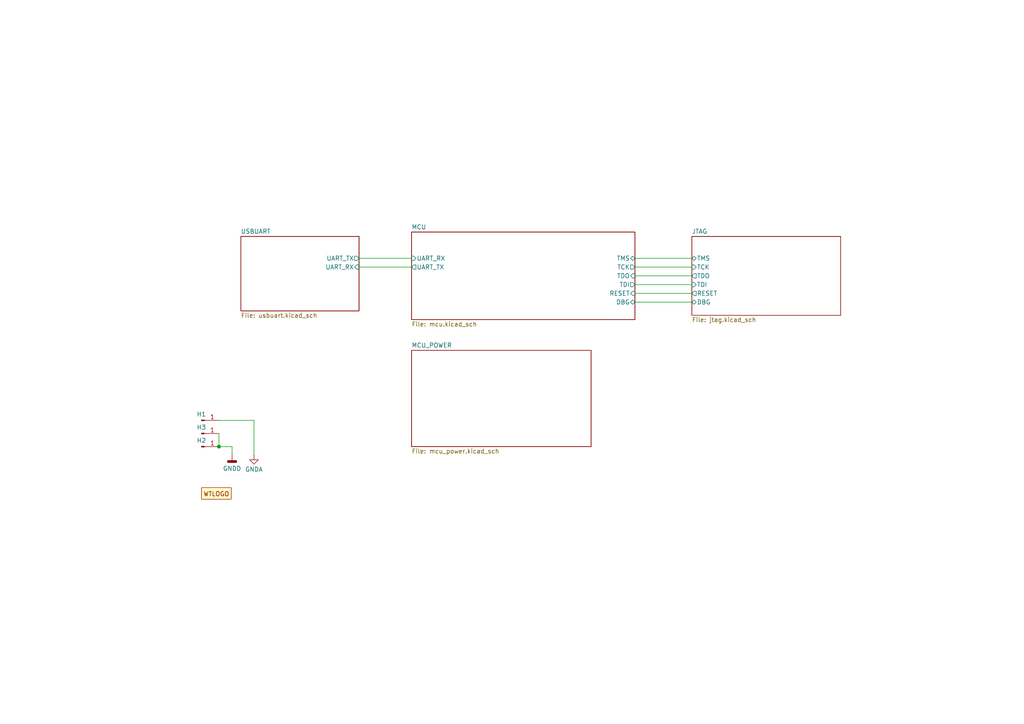
<source format=kicad_sch>
(kicad_sch (version 20231120) (generator "eeschema") (generator_version "8.0")
  (paper "A4")
  (title_block (company "WTMEC"))
  (lib_symbols
    (symbol "Connector:Conn_01x01_Pin" (pin_names (offset 1.016) hide)
      (property "Reference" "J" (at 0 2.54 0))
      (property "Value" "Conn_01x01_Pin" (at 0 -2.54 0))
      (symbol "Conn_01x01_Pin_1_1"
        (polyline (pts (xy 1.27 0) (xy 0.8636 0)) (stroke (width 0.1524)))
        (rectangle (start 0.8636 0.127) (end 0 -0.127) (stroke (width 0.1524)) (fill (type outline)))
        (pin passive line (at 5.08 0 180) (length 3.81) (name "Pin_1") (number "1"))
      )
    )
    (symbol "MCU_NXP_S32K1:WTLogo"
      (symbol "WTLogo_0_1"
        (rectangle (start 0 3.302) (end 8.636 0) (fill (type background)))
      )
      (symbol "WTLogo_1_1"
        (text "WTLOGO" (at 4.318 1.524 0) (effects (font (size 1.27 1.27))))
      )
    )
    (symbol "power:GNDA" (power) (pin_numbers hide) (pin_names (offset 0) hide)
      (property "Value" "GNDA" (at 0 -3.81 0))
      (symbol "GNDA_0_1"
        (polyline (pts (xy 0 0) (xy 0 -1.27) (xy 1.27 -1.27) (xy 0 -2.54) (xy -1.27 -1.27) (xy 0 -1.27)))
      )
      (symbol "GNDA_1_1"
        (pin power_in line (at 0 0 270) (length 0) (name "~") (number "1"))
      )
    )
    (symbol "power:GNDD" (power) (pin_numbers hide) (pin_names (offset 0) hide)
      (property "Value" "GNDD" (at 0 -3.175 0))
      (symbol "GNDD_0_1"
        (rectangle (start -1.27 -1.524) (end 1.27 -2.032) (stroke (width 0.254)) (fill (type outline)))
        (polyline (pts (xy 0 0) (xy 0 -1.524)))
      )
      (symbol "GNDD_1_1"
        (pin power_in line (at 0 0 270) (length 0) (name "~") (number "1"))
      )
    )
  )
  (junction (at 63.5 129.54))
  (wire (pts (xy 104.14 77.47) (xy 119.38 77.47)))
  (wire (pts (xy 184.15 80.01) (xy 200.66 80.01)))
  (wire (pts (xy 67.31 132.08) (xy 67.31 129.54)))
  (wire (pts (xy 184.15 74.93) (xy 200.66 74.93)))
  (wire (pts (xy 184.15 82.55) (xy 200.66 82.55)))
  (wire (pts (xy 184.15 85.09) (xy 200.66 85.09)))
  (wire (pts (xy 184.15 77.47) (xy 200.66 77.47)))
  (wire (pts (xy 73.66 121.92) (xy 73.66 132.08)))
  (wire (pts (xy 67.31 129.54) (xy 63.5 129.54)))
  (wire (pts (xy 104.14 74.93) (xy 119.38 74.93)))
  (wire (pts (xy 63.5 125.73) (xy 63.5 129.54)))
  (wire (pts (xy 184.15 87.63) (xy 200.66 87.63)))
  (wire (pts (xy 63.5 121.92) (xy 73.66 121.92)))
  (symbol (lib_id "MCU_NXP_S32K1:WTLogo") (at 58.42 144.78 0) (unit 1)
    (property "Reference" "LOGO1" (effects (hide yes)))
    (property "Footprint" "WTMEC:WTLogo" (effects (hide yes)))
  )
  (symbol (lib_id "Connector:Conn_01x01_Pin") (at 58.42 125.73 0) (unit 1)
    (property "Reference" "H3" (at 58.42 123.952 0))
    (property "Value" "Conn_01x01_Pin" (effects (hide yes)))
    (property "Footprint" "MountingHole:MountingHole_2.2mm_M2_ISO7380_Pad" (effects (hide yes)))
    (property "Description" "Generic connector, single row, 01x01, script generated" (effects (hide yes)))
  )
  (symbol (lib_id "Connector:Conn_01x01_Pin") (at 58.42 121.92 0) (unit 1)
    (property "Reference" "H1" (at 58.42 120.142 0))
    (property "Value" "Conn_01x01_Pin" (effects (hide yes)))
    (property "Footprint" "MountingHole:MountingHole_2.2mm_M2_ISO7380_Pad" (effects (hide yes)))
    (property "Description" "Generic connector, single row, 01x01, script generated" (effects (hide yes)))
  )
  (symbol (lib_id "power:GNDD") (at 67.31 132.08 0) (unit 1)
    (property "Reference" "#PWR024" (effects (hide yes)))
    (property "Value" "GNDD" (at 67.31 135.89 0))
    (property "Description" "Power symbol creates a global label with name \"GNDD\" , digital ground" (effects (hide yes)))
  )
  (symbol (lib_id "power:GNDA") (at 73.66 132.08 0) (unit 1)
    (property "Reference" "#PWR023" (effects (hide yes)))
    (property "Value" "GNDA" (at 73.66 136.144 0))
    (property "Description" "Power symbol creates a global label with name \"GNDA\" , analog ground" (effects (hide yes)))
  )
  (symbol (lib_id "Connector:Conn_01x01_Pin") (at 58.42 129.54 0) (unit 1)
    (property "Reference" "H2" (at 58.42 127.762 0))
    (property "Value" "Conn_01x01_Pin" (effects (hide yes)))
    (property "Footprint" "MountingHole:MountingHole_2.2mm_M2_ISO7380_Pad" (effects (hide yes)))
    (property "Description" "Generic connector, single row, 01x01, script generated" (effects (hide yes)))
  )
  (sheet (at 69.85 68.58) (size 34.29 21.59) (stroke (width 0.1524))
    (property "Sheetname" "USBUART" (at 69.85 67.8684 0) (effects (justify left bottom)))
    (property "Sheetfile" "usbuart.kicad_sch" (at 69.85 90.7546 0) (effects (justify left top)))
    (pin "UART_RX" input (at 104.14 77.47 0))
    (pin "UART_TX" output (at 104.14 74.93 0))
  )
  (sheet (at 119.38 101.6) (size 52.07 27.94) (stroke (width 0.1524))
    (property "Sheetname" "MCU_POWER" (at 119.38 100.8884 0) (effects (justify left bottom)))
    (property "Sheetfile" "mcu_power.kicad_sch" (at 119.38 130.1246 0) (effects (justify left top)))
  )
  (sheet (at 119.38 67.31) (size 64.77 25.4) (stroke (width 0.1524))
    (property "Sheetname" "MCU" (at 119.38 66.5984 0) (effects (justify left bottom)))
    (property "Sheetfile" "mcu.kicad_sch" (at 119.38 93.2946 0) (effects (justify left top)))
    (pin "UART_TX" output (at 119.38 77.47 180))
    (pin "UART_RX" input (at 119.38 74.93 180))
    (pin "RESET" input (at 184.15 85.09 0))
    (pin "TMS" bidirectional (at 184.15 74.93 0))
    (pin "TDO" input (at 184.15 80.01 0))
    (pin "DBG" bidirectional (at 184.15 87.63 0))
    (pin "TCK" output (at 184.15 77.47 0))
    (pin "TDI" output (at 184.15 82.55 0))
  )
  (sheet (at 200.66 68.58) (size 43.18 22.86) (stroke (width 0.1524))
    (property "Sheetname" "JTAG" (at 200.66 67.8684 0) (effects (justify left bottom)))
    (property "Sheetfile" "jtag.kicad_sch" (at 200.66 92.0246 0) (effects (justify left top)))
    (pin "TMS" bidirectional (at 200.66 74.93 180))
    (pin "RESET" output (at 200.66 85.09 180))
    (pin "DBG" bidirectional (at 200.66 87.63 180))
    (pin "TCK" input (at 200.66 77.47 180))
    (pin "TDO" output (at 200.66 80.01 180))
    (pin "TDI" input (at 200.66 82.55 180))
  )
)
</source>
